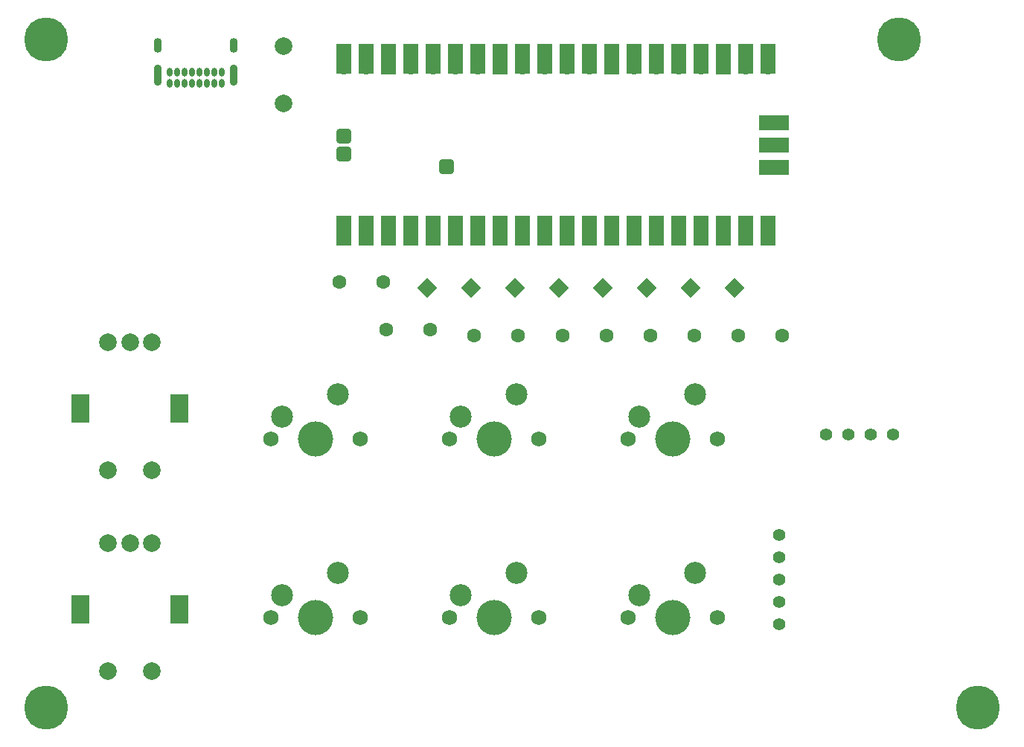
<source format=gbr>
G04 #@! TF.GenerationSoftware,KiCad,Pcbnew,(6.0.1-0)*
G04 #@! TF.CreationDate,2022-09-23T00:34:52-04:00*
G04 #@! TF.ProjectId,macro_pad_rpi_pico,6d616372-6f5f-4706-9164-5f7270695f70,rev?*
G04 #@! TF.SameCoordinates,Original*
G04 #@! TF.FileFunction,Soldermask,Top*
G04 #@! TF.FilePolarity,Negative*
%FSLAX46Y46*%
G04 Gerber Fmt 4.6, Leading zero omitted, Abs format (unit mm)*
G04 Created by KiCad (PCBNEW (6.0.1-0)) date 2022-09-23 00:34:52*
%MOMM*%
%LPD*%
G01*
G04 APERTURE LIST*
G04 Aperture macros list*
%AMRoundRect*
0 Rectangle with rounded corners*
0 $1 Rounding radius*
0 $2 $3 $4 $5 $6 $7 $8 $9 X,Y pos of 4 corners*
0 Add a 4 corners polygon primitive as box body*
4,1,4,$2,$3,$4,$5,$6,$7,$8,$9,$2,$3,0*
0 Add four circle primitives for the rounded corners*
1,1,$1+$1,$2,$3*
1,1,$1+$1,$4,$5*
1,1,$1+$1,$6,$7*
1,1,$1+$1,$8,$9*
0 Add four rect primitives between the rounded corners*
20,1,$1+$1,$2,$3,$4,$5,0*
20,1,$1+$1,$4,$5,$6,$7,0*
20,1,$1+$1,$6,$7,$8,$9,0*
20,1,$1+$1,$8,$9,$2,$3,0*%
%AMHorizOval*
0 Thick line with rounded ends*
0 $1 width*
0 $2 $3 position (X,Y) of the first rounded end (center of the circle)*
0 $4 $5 position (X,Y) of the second rounded end (center of the circle)*
0 Add line between two ends*
20,1,$1,$2,$3,$4,$5,0*
0 Add two circle primitives to create the rounded ends*
1,1,$1,$2,$3*
1,1,$1,$4,$5*%
%AMRotRect*
0 Rectangle, with rotation*
0 The origin of the aperture is its center*
0 $1 length*
0 $2 width*
0 $3 Rotation angle, in degrees counterclockwise*
0 Add horizontal line*
21,1,$1,$2,0,0,$3*%
G04 Aperture macros list end*
%ADD10C,1.600000*%
%ADD11HorizOval,1.600000X0.000000X0.000000X0.000000X0.000000X0*%
%ADD12C,1.397000*%
%ADD13C,5.000000*%
%ADD14RotRect,1.600000X1.600000X315.000000*%
%ADD15HorizOval,1.600000X0.000000X0.000000X0.000000X0.000000X0*%
%ADD16C,1.550000*%
%ADD17C,1.750000*%
%ADD18C,4.000000*%
%ADD19C,2.500000*%
%ADD20O,1.700000X1.700000*%
%ADD21R,1.700000X3.500000*%
%ADD22R,1.700000X1.700000*%
%ADD23R,3.500000X1.700000*%
%ADD24RoundRect,0.437500X0.437500X-0.437500X0.437500X0.437500X-0.437500X0.437500X-0.437500X-0.437500X0*%
%ADD25C,2.000000*%
%ADD26O,0.650000X1.000000*%
%ADD27O,0.900000X1.700000*%
%ADD28O,0.900000X2.400000*%
%ADD29R,2.000000X3.200000*%
G04 APERTURE END LIST*
D10*
G04 #@! TO.C,R1*
X137694100Y-99000000D03*
D11*
X132305946Y-93611846D03*
G04 #@! TD*
D12*
G04 #@! TO.C,J2*
X182690000Y-111000000D03*
X185230000Y-111000000D03*
X187770000Y-111000000D03*
X190310000Y-111000000D03*
G04 #@! TD*
D13*
G04 #@! TO.C,REF3*
X200000000Y-142000000D03*
G04 #@! TD*
D14*
G04 #@! TO.C,D1*
X137305900Y-94305900D03*
D15*
X142694054Y-99694054D03*
G04 #@! TD*
D16*
G04 #@! TO.C,SW1*
X120790000Y-108910000D03*
D17*
X129680000Y-111450000D03*
D16*
X127140000Y-106370000D03*
D18*
X124600000Y-111450000D03*
D17*
X119520000Y-111450000D03*
D19*
X120790000Y-108910000D03*
X127140000Y-106370000D03*
G04 #@! TD*
D16*
G04 #@! TO.C,SW4*
X147460000Y-126690000D03*
D18*
X144920000Y-131770000D03*
D16*
X141110000Y-129230000D03*
D17*
X150000000Y-131770000D03*
X139840000Y-131770000D03*
D19*
X141110000Y-129230000D03*
X147460000Y-126690000D03*
G04 #@! TD*
D14*
G04 #@! TO.C,D5*
X157305900Y-94305900D03*
D15*
X162694054Y-99694054D03*
G04 #@! TD*
D13*
G04 #@! TO.C,REF1*
X94000000Y-66000000D03*
G04 #@! TD*
D14*
G04 #@! TO.C,D3*
X147305900Y-94305900D03*
D15*
X152694054Y-99694054D03*
G04 #@! TD*
D14*
G04 #@! TO.C,D4*
X152305900Y-94305900D03*
D15*
X157694054Y-99694054D03*
G04 #@! TD*
D17*
G04 #@! TO.C,SW2*
X129680000Y-131770000D03*
D16*
X120790000Y-129230000D03*
X127140000Y-126690000D03*
D17*
X119520000Y-131770000D03*
D18*
X124600000Y-131770000D03*
D19*
X120790000Y-129230000D03*
X127140000Y-126690000D03*
G04 #@! TD*
D20*
G04 #@! TO.C,RPI1*
X127870000Y-86890000D03*
D21*
X127870000Y-87790000D03*
X130410000Y-87790000D03*
D20*
X130410000Y-86890000D03*
D22*
X132950000Y-86890000D03*
D21*
X132950000Y-87790000D03*
X135490000Y-87790000D03*
D20*
X135490000Y-86890000D03*
X138030000Y-86890000D03*
D21*
X138030000Y-87790000D03*
X140570000Y-87790000D03*
D20*
X140570000Y-86890000D03*
X143110000Y-86890000D03*
D21*
X143110000Y-87790000D03*
D22*
X145650000Y-86890000D03*
D21*
X145650000Y-87790000D03*
D20*
X148190000Y-86890000D03*
D21*
X148190000Y-87790000D03*
X150730000Y-87790000D03*
D20*
X150730000Y-86890000D03*
D21*
X153270000Y-87790000D03*
D20*
X153270000Y-86890000D03*
D21*
X155810000Y-87790000D03*
D20*
X155810000Y-86890000D03*
D21*
X158350000Y-87790000D03*
D22*
X158350000Y-86890000D03*
D21*
X160890000Y-87790000D03*
D20*
X160890000Y-86890000D03*
X163430000Y-86890000D03*
D21*
X163430000Y-87790000D03*
X165970000Y-87790000D03*
D20*
X165970000Y-86890000D03*
D21*
X168510000Y-87790000D03*
D20*
X168510000Y-86890000D03*
D21*
X171050000Y-87790000D03*
D22*
X171050000Y-86890000D03*
D21*
X173590000Y-87790000D03*
D20*
X173590000Y-86890000D03*
X176130000Y-86890000D03*
D21*
X176130000Y-87790000D03*
X176130000Y-68210000D03*
D20*
X176130000Y-69110000D03*
D21*
X173590000Y-68210000D03*
D20*
X173590000Y-69110000D03*
D21*
X171050000Y-68210000D03*
D22*
X171050000Y-69110000D03*
D20*
X168510000Y-69110000D03*
D21*
X168510000Y-68210000D03*
X165970000Y-68210000D03*
D20*
X165970000Y-69110000D03*
D21*
X163430000Y-68210000D03*
D20*
X163430000Y-69110000D03*
D21*
X160890000Y-68210000D03*
D20*
X160890000Y-69110000D03*
D22*
X158350000Y-69110000D03*
D21*
X158350000Y-68210000D03*
D20*
X155810000Y-69110000D03*
D21*
X155810000Y-68210000D03*
D20*
X153270000Y-69110000D03*
D21*
X153270000Y-68210000D03*
D20*
X150730000Y-69110000D03*
D21*
X150730000Y-68210000D03*
X148190000Y-68210000D03*
D20*
X148190000Y-69110000D03*
D21*
X145650000Y-68210000D03*
D22*
X145650000Y-69110000D03*
D21*
X143110000Y-68210000D03*
D20*
X143110000Y-69110000D03*
D21*
X140570000Y-68210000D03*
D20*
X140570000Y-69110000D03*
X138030000Y-69110000D03*
D21*
X138030000Y-68210000D03*
D20*
X135490000Y-69110000D03*
D21*
X135490000Y-68210000D03*
D22*
X132950000Y-69110000D03*
D21*
X132950000Y-68210000D03*
D20*
X130410000Y-69110000D03*
D21*
X130410000Y-68210000D03*
X127870000Y-68210000D03*
D20*
X127870000Y-69110000D03*
X175900000Y-80540000D03*
D23*
X176800000Y-80540000D03*
X176800000Y-78000000D03*
D22*
X175900000Y-78000000D03*
D20*
X175900000Y-75460000D03*
D23*
X176800000Y-75460000D03*
D24*
X127875000Y-76984000D03*
X127875000Y-79016000D03*
X139500000Y-80500000D03*
G04 #@! TD*
D14*
G04 #@! TO.C,D7*
X167305900Y-94305900D03*
D15*
X172694054Y-99694054D03*
G04 #@! TD*
D25*
G04 #@! TO.C,SW-RST1*
X121000000Y-66750000D03*
X121000000Y-73250000D03*
G04 #@! TD*
D26*
G04 #@! TO.C,J1*
X113975000Y-71025000D03*
X113125000Y-71025000D03*
X112275000Y-71025000D03*
X111425000Y-71025000D03*
X110575000Y-71025000D03*
X109725000Y-71025000D03*
X108875000Y-71025000D03*
X108025000Y-71025000D03*
X108020000Y-69700000D03*
X108870000Y-69700000D03*
X109720000Y-69700000D03*
X110570000Y-69700000D03*
X111420000Y-69700000D03*
X112270000Y-69700000D03*
X113120000Y-69700000D03*
X113975000Y-69700000D03*
D27*
X115325000Y-66665000D03*
D28*
X106675000Y-70045000D03*
X115325000Y-70045000D03*
D27*
X106675000Y-66665000D03*
G04 #@! TD*
D14*
G04 #@! TO.C,D2*
X142305900Y-94305900D03*
D15*
X147694054Y-99694054D03*
G04 #@! TD*
D25*
G04 #@! TO.C,Rotary_encoder2*
X106000000Y-123360000D03*
X101000000Y-123360000D03*
X103500000Y-123360000D03*
D29*
X109100000Y-130860000D03*
X97900000Y-130860000D03*
D25*
X101000000Y-137860000D03*
X106000000Y-137860000D03*
G04 #@! TD*
D10*
G04 #@! TO.C,R2*
X132694100Y-99000000D03*
D11*
X127305946Y-93611846D03*
G04 #@! TD*
D16*
G04 #@! TO.C,SW3*
X141110000Y-108910000D03*
D17*
X150000000Y-111450000D03*
D18*
X144920000Y-111450000D03*
D17*
X139840000Y-111450000D03*
D16*
X147460000Y-106370000D03*
D19*
X141110000Y-108910000D03*
X147460000Y-106370000D03*
G04 #@! TD*
D13*
G04 #@! TO.C,REF4*
X94000000Y-142000000D03*
G04 #@! TD*
D16*
G04 #@! TO.C,SW5*
X167780000Y-106370000D03*
D17*
X160160000Y-111450000D03*
D16*
X161430000Y-108910000D03*
D17*
X170320000Y-111450000D03*
D18*
X165240000Y-111450000D03*
D19*
X161430000Y-108910000D03*
X167780000Y-106370000D03*
G04 #@! TD*
D13*
G04 #@! TO.C,REF2*
X191000000Y-66000000D03*
G04 #@! TD*
D12*
G04 #@! TO.C,J3*
X177400000Y-132580000D03*
X177400000Y-130040000D03*
X177400000Y-127500000D03*
X177400000Y-124960000D03*
X177400000Y-122420000D03*
G04 #@! TD*
D14*
G04 #@! TO.C,D6*
X162305900Y-94305900D03*
D15*
X167694054Y-99694054D03*
G04 #@! TD*
D17*
G04 #@! TO.C,SW6*
X170320000Y-131770000D03*
D16*
X167780000Y-126690000D03*
X161430000Y-129230000D03*
D17*
X160160000Y-131770000D03*
D18*
X165240000Y-131770000D03*
D19*
X161430000Y-129230000D03*
X167780000Y-126690000D03*
G04 #@! TD*
D14*
G04 #@! TO.C,D8*
X172305900Y-94305900D03*
D15*
X177694054Y-99694054D03*
G04 #@! TD*
D25*
G04 #@! TO.C,Rotary_encoder1*
X106000000Y-100500000D03*
X101000000Y-100500000D03*
X103500000Y-100500000D03*
D29*
X109100000Y-108000000D03*
X97900000Y-108000000D03*
D25*
X101000000Y-115000000D03*
X106000000Y-115000000D03*
G04 #@! TD*
M02*

</source>
